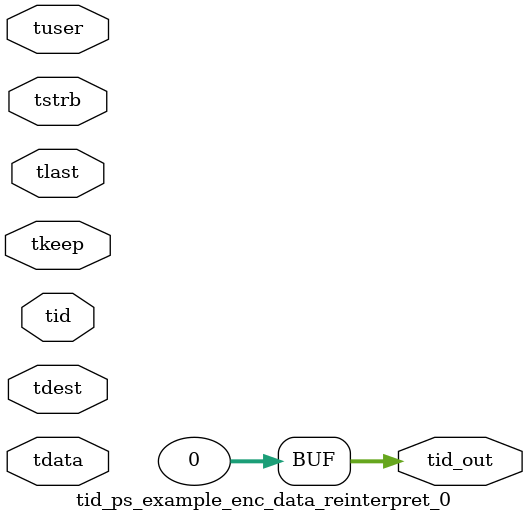
<source format=v>


`timescale 1ps/1ps

module tid_ps_example_enc_data_reinterpret_0 #
(
parameter C_S_AXIS_TID_WIDTH   = 1,
parameter C_S_AXIS_TUSER_WIDTH = 0,
parameter C_S_AXIS_TDATA_WIDTH = 0,
parameter C_S_AXIS_TDEST_WIDTH = 0,
parameter C_M_AXIS_TID_WIDTH   = 32
)
(
input  [(C_S_AXIS_TID_WIDTH   == 0 ? 1 : C_S_AXIS_TID_WIDTH)-1:0       ] tid,
input  [(C_S_AXIS_TDATA_WIDTH == 0 ? 1 : C_S_AXIS_TDATA_WIDTH)-1:0     ] tdata,
input  [(C_S_AXIS_TUSER_WIDTH == 0 ? 1 : C_S_AXIS_TUSER_WIDTH)-1:0     ] tuser,
input  [(C_S_AXIS_TDEST_WIDTH == 0 ? 1 : C_S_AXIS_TDEST_WIDTH)-1:0     ] tdest,
input  [(C_S_AXIS_TDATA_WIDTH/8)-1:0 ] tkeep,
input  [(C_S_AXIS_TDATA_WIDTH/8)-1:0 ] tstrb,
input                                                                    tlast,
output [(C_M_AXIS_TID_WIDTH   == 0 ? 1 : C_M_AXIS_TID_WIDTH)-1:0       ] tid_out
);

assign tid_out = {1'b0};

endmodule


</source>
